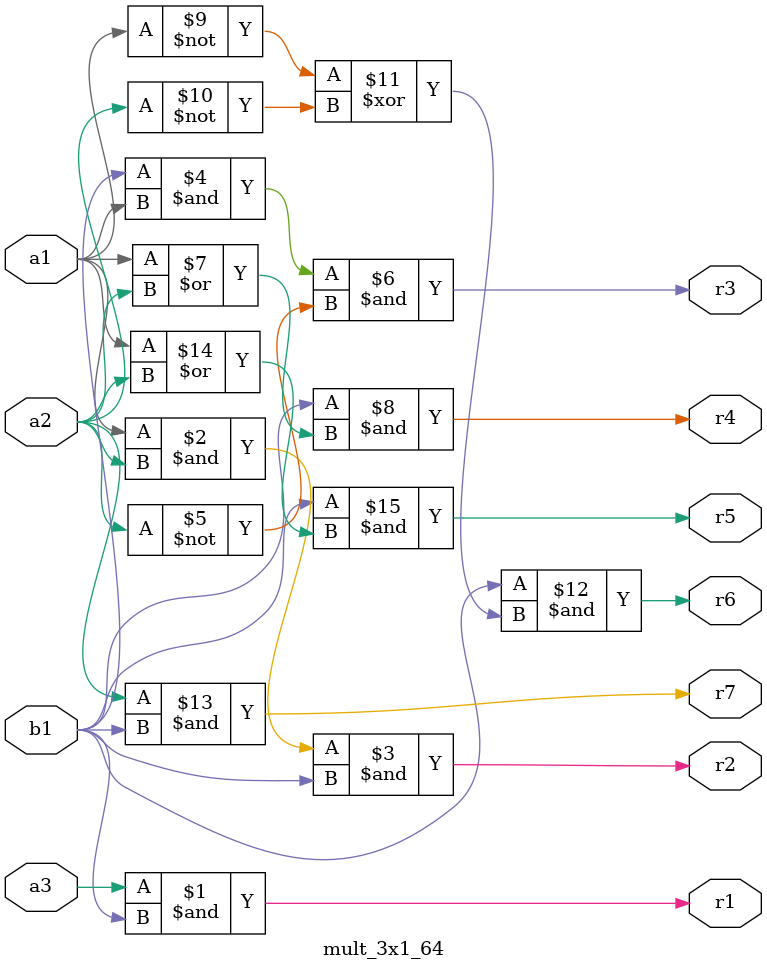
<source format=v>

module mult_3x1_64 ( 
    a1, a2, a3, b1,
    r1,r2,r3,r4,r5,r6,r7  );
  input  a1, a2, a3, b1;
  output r1,r2,r3,r4,r5,r6,r7;
  assign r1 = a3 & b1;
  assign r2 = a1 & a2 & b1;
  assign r3 = b1 & a1 & ~a2;
  assign r4 = b1 & (a1 | a2);
  assign r6 = b1 & (~a1 ^ ~a2);
  assign r7 = a2 & b1;
  assign r5 = b1 & (a1 | a2);
endmodule



</source>
